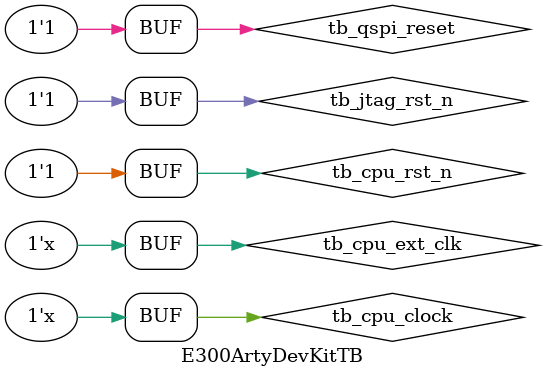
<source format=sv>
module E300ArtyDevKitTB;

  //--------------------------------------------------------------------
  // Internal constant and parameter definitions.
  //--------------------------------------------------------------------
  parameter FAST_CLK_HALF_PERIOD    = 7.7;  // 65MHz
  parameter FAST_CLK_PERIOD         = 2 * FAST_CLK_HALF_PERIOD;
  parameter SLOW_CLK_HALF_PERIOD    = 15.4; // 32.5MHz
  parameter SLOW_CLK_PERIOD         = 2 * SLOW_CLK_HALF_PERIOD;
  parameter UART_BAUD_RATE          = 115200; // bits per second
  parameter integer UART_BIT_PERIOD = 1000000000 * 1 / UART_BAUD_RATE;
  parameter integer UART_DIV        = UART_BIT_PERIOD / FAST_CLK_PERIOD;

  //--------------------------------------------------------------------
  // Register and Wire declarations.
  //--------------------------------------------------------------------
  reg         tb_cpu_ext_clk;
  reg         tb_cpu_clock;
  reg         tb_cpu_rst_n;
  reg         tb_jtag_rst_n;
  reg         tb_jtag_tck;
  reg         tb_jtag_tms;
  reg         tb_jtag_tdi;
  wire        tb_jtag_tdo;
  reg         tb_qspi_reset;
  wire [31:0] tb_gpios;
  wire        tb_qspi_sck;
  wire        tb_qspi_cs;
  wire [3:0]  tb_qspi_dq;

  //--------------------------------------------------------------------
  // External devices.
  //--------------------------------------------------------------------
  uart_rx #(
    .NAME("UART0"),
    .DIV(UART_DIV)
  ) debug_uart
  (
    .uart_clk           (tb_cpu_clock  ),
    .rx_data            (tb_gpios[17]  )
  );

  s25fl256s qspi_flash_mem
  (
    .RSTNeg             (tb_qspi_reset ),
    .SCK                (tb_qspi_sck   ),
    .CSNeg              (tb_qspi_cs    ),
    .SI                 (tb_qspi_dq[0] ),
    .SO                 (tb_qspi_dq[1] ),
    .WPNeg              (tb_qspi_dq[2] ),
    .HOLDNeg            (tb_qspi_dq[3] )
  );

  //--------------------------------------------------------------------
  // Device Under Test.
  //--------------------------------------------------------------------
  E300ArtyDevKitTop E300ArtyDevKitTop_inst
  (
    .cpu_ext_clk        (tb_cpu_ext_clk),
    .cpu_clock          (tb_cpu_clock  ),
    .cpu_rst_n          (tb_cpu_rst_n  ),
    .jtag_rst_n         (tb_jtag_rst_n ),

    .jtag_tck           (tb_jtag_tck   ),
    .jtag_tms           (tb_jtag_tms   ),
    .jtag_tdi           (tb_jtag_tdi   ),
    .jtag_tdo           (tb_jtag_tdo   ),

    .gpios              (tb_gpios      ),

    .qspi_sck           (tb_qspi_sck   ),
    .qspi_cs            (tb_qspi_cs    ),
    .qspi_dq            (tb_qspi_dq    )
  );

  //--------------------------------------------------------------------
  // clk_gen
  //
  // Always running clock generator process.
  //--------------------------------------------------------------------
  always begin: fast_clk_gen
    #FAST_CLK_HALF_PERIOD;
    tb_cpu_clock = ~tb_cpu_clock;
  end // fast_clk_gen

  always begin: slow_clk_gen
    #SLOW_CLK_HALF_PERIOD;
    tb_cpu_ext_clk = ~tb_cpu_ext_clk;
  end

  //--------------------------------------------------------------------
  // reset_dut()
  //
  // Toggle reset to put the DUT into a well known state.
  //--------------------------------------------------------------------
  task reset_dut;
    begin
      $display("[TB]: Toggle reset");
      #(5 * SLOW_CLK_PERIOD);
      tb_jtag_rst_n = 1;
      tb_qspi_reset = 0;
      #(5 * FAST_CLK_PERIOD);
      tb_cpu_rst_n  = 1;
      tb_qspi_reset = 1;
    end
  endtask // reset_dut

  //--------------------------------------------------------------------
  // init_sim()
  //
  // Initialize all counters and testbed functionality as well
  // as setting the DUT inputs to defined values.
  //--------------------------------------------------------------------
  task init_sim;
    begin
      tb_cpu_clock   = 0;
      tb_cpu_ext_clk = 0;
      tb_cpu_rst_n   = 0;
      tb_jtag_rst_n  = 0;
      tb_qspi_reset  = 1;
    end
  endtask // init_sim

  //--------------------------------------------------------------------
  // main
  //
  // The main test functionality.
  //--------------------------------------------------------------------
  initial begin: main
    init_sim();
    reset_dut();
  end // main

endmodule
</source>
